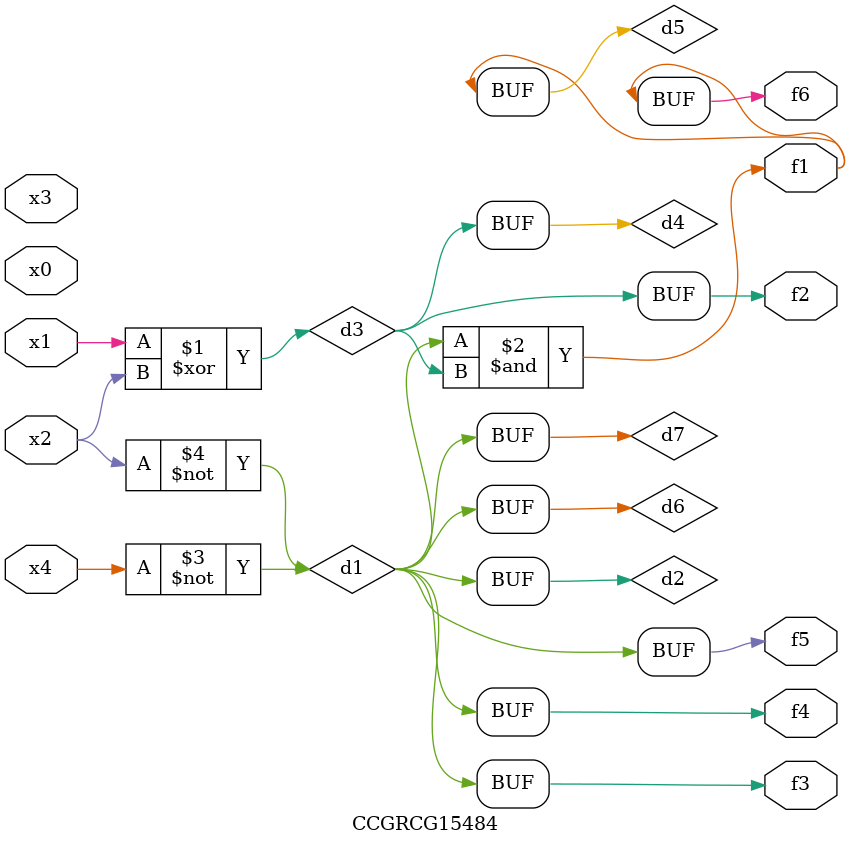
<source format=v>
module CCGRCG15484(
	input x0, x1, x2, x3, x4,
	output f1, f2, f3, f4, f5, f6
);

	wire d1, d2, d3, d4, d5, d6, d7;

	not (d1, x4);
	not (d2, x2);
	xor (d3, x1, x2);
	buf (d4, d3);
	and (d5, d1, d3);
	buf (d6, d1, d2);
	buf (d7, d2);
	assign f1 = d5;
	assign f2 = d4;
	assign f3 = d7;
	assign f4 = d7;
	assign f5 = d7;
	assign f6 = d5;
endmodule

</source>
